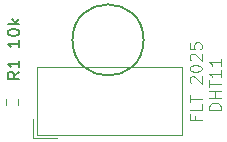
<source format=gbr>
%TF.GenerationSoftware,KiCad,Pcbnew,9.0.4*%
%TF.CreationDate,2025-09-09T11:26:36+01:00*%
%TF.ProjectId,dht11_m5stick,64687431-315f-46d3-9573-7469636b2e6b,rev?*%
%TF.SameCoordinates,Original*%
%TF.FileFunction,Legend,Top*%
%TF.FilePolarity,Positive*%
%FSLAX46Y46*%
G04 Gerber Fmt 4.6, Leading zero omitted, Abs format (unit mm)*
G04 Created by KiCad (PCBNEW 9.0.4) date 2025-09-09 11:26:36*
%MOMM*%
%LPD*%
G01*
G04 APERTURE LIST*
%ADD10C,0.100000*%
%ADD11C,0.150000*%
%ADD12C,0.120000*%
G04 APERTURE END LIST*
D10*
X143179219Y-60275115D02*
X142179219Y-60275115D01*
X142179219Y-60275115D02*
X142179219Y-60037020D01*
X142179219Y-60037020D02*
X142226838Y-59894163D01*
X142226838Y-59894163D02*
X142322076Y-59798925D01*
X142322076Y-59798925D02*
X142417314Y-59751306D01*
X142417314Y-59751306D02*
X142607790Y-59703687D01*
X142607790Y-59703687D02*
X142750647Y-59703687D01*
X142750647Y-59703687D02*
X142941123Y-59751306D01*
X142941123Y-59751306D02*
X143036361Y-59798925D01*
X143036361Y-59798925D02*
X143131600Y-59894163D01*
X143131600Y-59894163D02*
X143179219Y-60037020D01*
X143179219Y-60037020D02*
X143179219Y-60275115D01*
X143179219Y-59275115D02*
X142179219Y-59275115D01*
X142655409Y-59275115D02*
X142655409Y-58703687D01*
X143179219Y-58703687D02*
X142179219Y-58703687D01*
X142179219Y-58370353D02*
X142179219Y-57798925D01*
X143179219Y-58084639D02*
X142179219Y-58084639D01*
X143179219Y-56941782D02*
X143179219Y-57513210D01*
X143179219Y-57227496D02*
X142179219Y-57227496D01*
X142179219Y-57227496D02*
X142322076Y-57322734D01*
X142322076Y-57322734D02*
X142417314Y-57417972D01*
X142417314Y-57417972D02*
X142464933Y-57513210D01*
X143179219Y-55989401D02*
X143179219Y-56560829D01*
X143179219Y-56275115D02*
X142179219Y-56275115D01*
X142179219Y-56275115D02*
X142322076Y-56370353D01*
X142322076Y-56370353D02*
X142417314Y-56465591D01*
X142417314Y-56465591D02*
X142464933Y-56560829D01*
X141029809Y-60830782D02*
X141029809Y-61164115D01*
X141553619Y-61164115D02*
X140553619Y-61164115D01*
X140553619Y-61164115D02*
X140553619Y-60687925D01*
X141553619Y-59830782D02*
X141553619Y-60306972D01*
X141553619Y-60306972D02*
X140553619Y-60306972D01*
X140553619Y-59640305D02*
X140553619Y-59068877D01*
X141553619Y-59354591D02*
X140553619Y-59354591D01*
X140648857Y-58021257D02*
X140601238Y-57973638D01*
X140601238Y-57973638D02*
X140553619Y-57878400D01*
X140553619Y-57878400D02*
X140553619Y-57640305D01*
X140553619Y-57640305D02*
X140601238Y-57545067D01*
X140601238Y-57545067D02*
X140648857Y-57497448D01*
X140648857Y-57497448D02*
X140744095Y-57449829D01*
X140744095Y-57449829D02*
X140839333Y-57449829D01*
X140839333Y-57449829D02*
X140982190Y-57497448D01*
X140982190Y-57497448D02*
X141553619Y-58068876D01*
X141553619Y-58068876D02*
X141553619Y-57449829D01*
X140553619Y-56830781D02*
X140553619Y-56735543D01*
X140553619Y-56735543D02*
X140601238Y-56640305D01*
X140601238Y-56640305D02*
X140648857Y-56592686D01*
X140648857Y-56592686D02*
X140744095Y-56545067D01*
X140744095Y-56545067D02*
X140934571Y-56497448D01*
X140934571Y-56497448D02*
X141172666Y-56497448D01*
X141172666Y-56497448D02*
X141363142Y-56545067D01*
X141363142Y-56545067D02*
X141458380Y-56592686D01*
X141458380Y-56592686D02*
X141506000Y-56640305D01*
X141506000Y-56640305D02*
X141553619Y-56735543D01*
X141553619Y-56735543D02*
X141553619Y-56830781D01*
X141553619Y-56830781D02*
X141506000Y-56926019D01*
X141506000Y-56926019D02*
X141458380Y-56973638D01*
X141458380Y-56973638D02*
X141363142Y-57021257D01*
X141363142Y-57021257D02*
X141172666Y-57068876D01*
X141172666Y-57068876D02*
X140934571Y-57068876D01*
X140934571Y-57068876D02*
X140744095Y-57021257D01*
X140744095Y-57021257D02*
X140648857Y-56973638D01*
X140648857Y-56973638D02*
X140601238Y-56926019D01*
X140601238Y-56926019D02*
X140553619Y-56830781D01*
X140648857Y-56116495D02*
X140601238Y-56068876D01*
X140601238Y-56068876D02*
X140553619Y-55973638D01*
X140553619Y-55973638D02*
X140553619Y-55735543D01*
X140553619Y-55735543D02*
X140601238Y-55640305D01*
X140601238Y-55640305D02*
X140648857Y-55592686D01*
X140648857Y-55592686D02*
X140744095Y-55545067D01*
X140744095Y-55545067D02*
X140839333Y-55545067D01*
X140839333Y-55545067D02*
X140982190Y-55592686D01*
X140982190Y-55592686D02*
X141553619Y-56164114D01*
X141553619Y-56164114D02*
X141553619Y-55545067D01*
X140553619Y-54640305D02*
X140553619Y-55116495D01*
X140553619Y-55116495D02*
X141029809Y-55164114D01*
X141029809Y-55164114D02*
X140982190Y-55116495D01*
X140982190Y-55116495D02*
X140934571Y-55021257D01*
X140934571Y-55021257D02*
X140934571Y-54783162D01*
X140934571Y-54783162D02*
X140982190Y-54687924D01*
X140982190Y-54687924D02*
X141029809Y-54640305D01*
X141029809Y-54640305D02*
X141125047Y-54592686D01*
X141125047Y-54592686D02*
X141363142Y-54592686D01*
X141363142Y-54592686D02*
X141458380Y-54640305D01*
X141458380Y-54640305D02*
X141506000Y-54687924D01*
X141506000Y-54687924D02*
X141553619Y-54783162D01*
X141553619Y-54783162D02*
X141553619Y-55021257D01*
X141553619Y-55021257D02*
X141506000Y-55116495D01*
X141506000Y-55116495D02*
X141458380Y-55164114D01*
D11*
X126134019Y-57073562D02*
X125657828Y-57406895D01*
X126134019Y-57644990D02*
X125134019Y-57644990D01*
X125134019Y-57644990D02*
X125134019Y-57264038D01*
X125134019Y-57264038D02*
X125181638Y-57168800D01*
X125181638Y-57168800D02*
X125229257Y-57121181D01*
X125229257Y-57121181D02*
X125324495Y-57073562D01*
X125324495Y-57073562D02*
X125467352Y-57073562D01*
X125467352Y-57073562D02*
X125562590Y-57121181D01*
X125562590Y-57121181D02*
X125610209Y-57168800D01*
X125610209Y-57168800D02*
X125657828Y-57264038D01*
X125657828Y-57264038D02*
X125657828Y-57644990D01*
X126134019Y-56121181D02*
X126134019Y-56692609D01*
X126134019Y-56406895D02*
X125134019Y-56406895D01*
X125134019Y-56406895D02*
X125276876Y-56502133D01*
X125276876Y-56502133D02*
X125372114Y-56597371D01*
X125372114Y-56597371D02*
X125419733Y-56692609D01*
X126134019Y-54406895D02*
X126134019Y-54978323D01*
X126134019Y-54692609D02*
X125134019Y-54692609D01*
X125134019Y-54692609D02*
X125276876Y-54787847D01*
X125276876Y-54787847D02*
X125372114Y-54883085D01*
X125372114Y-54883085D02*
X125419733Y-54978323D01*
X125134019Y-53787847D02*
X125134019Y-53692609D01*
X125134019Y-53692609D02*
X125181638Y-53597371D01*
X125181638Y-53597371D02*
X125229257Y-53549752D01*
X125229257Y-53549752D02*
X125324495Y-53502133D01*
X125324495Y-53502133D02*
X125514971Y-53454514D01*
X125514971Y-53454514D02*
X125753066Y-53454514D01*
X125753066Y-53454514D02*
X125943542Y-53502133D01*
X125943542Y-53502133D02*
X126038780Y-53549752D01*
X126038780Y-53549752D02*
X126086400Y-53597371D01*
X126086400Y-53597371D02*
X126134019Y-53692609D01*
X126134019Y-53692609D02*
X126134019Y-53787847D01*
X126134019Y-53787847D02*
X126086400Y-53883085D01*
X126086400Y-53883085D02*
X126038780Y-53930704D01*
X126038780Y-53930704D02*
X125943542Y-53978323D01*
X125943542Y-53978323D02*
X125753066Y-54025942D01*
X125753066Y-54025942D02*
X125514971Y-54025942D01*
X125514971Y-54025942D02*
X125324495Y-53978323D01*
X125324495Y-53978323D02*
X125229257Y-53930704D01*
X125229257Y-53930704D02*
X125181638Y-53883085D01*
X125181638Y-53883085D02*
X125134019Y-53787847D01*
X126134019Y-53025942D02*
X125134019Y-53025942D01*
X125753066Y-52930704D02*
X126134019Y-52644990D01*
X125467352Y-52644990D02*
X125848304Y-53025942D01*
D12*
%TO.C,R1 10k*%
X126049300Y-59385076D02*
X126049300Y-59894524D01*
X125004300Y-59385076D02*
X125004300Y-59894524D01*
%TO.C,U2*%
X127316900Y-62672200D02*
X127316900Y-61062200D01*
X127316900Y-62672200D02*
X129316900Y-62672200D01*
X127596900Y-56632200D02*
X139856900Y-56632200D01*
X127596900Y-62382200D02*
X127596900Y-56642200D01*
X139856900Y-56632200D02*
X139856900Y-62392200D01*
X139856900Y-62392200D02*
X127606900Y-62392200D01*
D11*
%TO.C,TP1*%
X136641469Y-54381400D02*
G75*
G02*
X130617331Y-54381400I-3012069J0D01*
G01*
X130617331Y-54381400D02*
G75*
G02*
X136641469Y-54381400I3012069J0D01*
G01*
%TD*%
M02*

</source>
